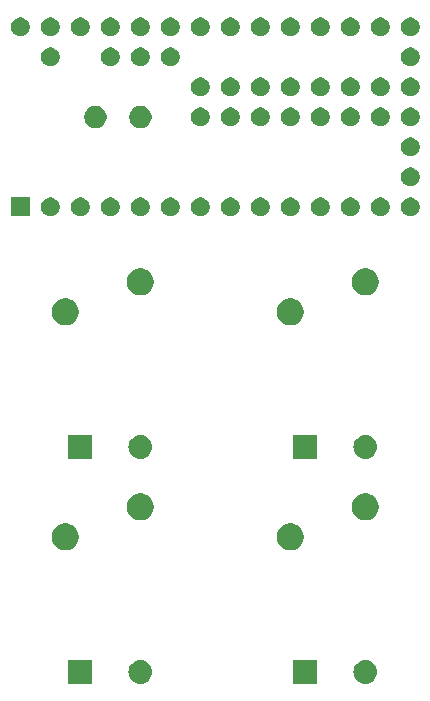
<source format=gbr>
G04 #@! TF.GenerationSoftware,KiCad,Pcbnew,(5.0.1-3-g963ef8bb5)*
G04 #@! TF.CreationDate,2018-12-19T18:05:48-08:00*
G04 #@! TF.ProjectId,snacky44,736E61636B7934342E6B696361645F70,rev?*
G04 #@! TF.SameCoordinates,Original*
G04 #@! TF.FileFunction,Soldermask,Top*
G04 #@! TF.FilePolarity,Negative*
%FSLAX46Y46*%
G04 Gerber Fmt 4.6, Leading zero omitted, Abs format (unit mm)*
G04 Created by KiCad (PCBNEW (5.0.1-3-g963ef8bb5)) date Wednesday, December 19, 2018 at 06:05:48 PM*
%MOMM*%
%LPD*%
G01*
G04 APERTURE LIST*
%ADD10C,0.100000*%
G04 APERTURE END LIST*
D10*
G36*
X166566030Y-159034469D02*
X166566033Y-159034470D01*
X166566034Y-159034470D01*
X166754535Y-159091651D01*
X166754537Y-159091652D01*
X166928260Y-159184509D01*
X167080528Y-159309472D01*
X167205491Y-159461740D01*
X167298348Y-159635463D01*
X167355531Y-159823970D01*
X167374838Y-160020000D01*
X167355531Y-160216030D01*
X167298348Y-160404537D01*
X167205491Y-160578260D01*
X167080528Y-160730528D01*
X166928260Y-160855491D01*
X166928258Y-160855492D01*
X166754535Y-160948349D01*
X166566034Y-161005530D01*
X166566033Y-161005530D01*
X166566030Y-161005531D01*
X166419124Y-161020000D01*
X166320876Y-161020000D01*
X166173970Y-161005531D01*
X166173967Y-161005530D01*
X166173966Y-161005530D01*
X165985465Y-160948349D01*
X165811742Y-160855492D01*
X165811740Y-160855491D01*
X165659472Y-160730528D01*
X165534509Y-160578260D01*
X165441652Y-160404537D01*
X165384469Y-160216030D01*
X165365162Y-160020000D01*
X165384469Y-159823970D01*
X165441652Y-159635463D01*
X165534509Y-159461740D01*
X165659472Y-159309472D01*
X165811740Y-159184509D01*
X165985463Y-159091652D01*
X165985465Y-159091651D01*
X166173966Y-159034470D01*
X166173967Y-159034470D01*
X166173970Y-159034469D01*
X166320876Y-159020000D01*
X166419124Y-159020000D01*
X166566030Y-159034469D01*
X166566030Y-159034469D01*
G37*
G36*
X162290000Y-161020000D02*
X160290000Y-161020000D01*
X160290000Y-159020000D01*
X162290000Y-159020000D01*
X162290000Y-161020000D01*
X162290000Y-161020000D01*
G37*
G36*
X147516030Y-159034469D02*
X147516033Y-159034470D01*
X147516034Y-159034470D01*
X147704535Y-159091651D01*
X147704537Y-159091652D01*
X147878260Y-159184509D01*
X148030528Y-159309472D01*
X148155491Y-159461740D01*
X148248348Y-159635463D01*
X148305531Y-159823970D01*
X148324838Y-160020000D01*
X148305531Y-160216030D01*
X148248348Y-160404537D01*
X148155491Y-160578260D01*
X148030528Y-160730528D01*
X147878260Y-160855491D01*
X147878258Y-160855492D01*
X147704535Y-160948349D01*
X147516034Y-161005530D01*
X147516033Y-161005530D01*
X147516030Y-161005531D01*
X147369124Y-161020000D01*
X147270876Y-161020000D01*
X147123970Y-161005531D01*
X147123967Y-161005530D01*
X147123966Y-161005530D01*
X146935465Y-160948349D01*
X146761742Y-160855492D01*
X146761740Y-160855491D01*
X146609472Y-160730528D01*
X146484509Y-160578260D01*
X146391652Y-160404537D01*
X146334469Y-160216030D01*
X146315162Y-160020000D01*
X146334469Y-159823970D01*
X146391652Y-159635463D01*
X146484509Y-159461740D01*
X146609472Y-159309472D01*
X146761740Y-159184509D01*
X146935463Y-159091652D01*
X146935465Y-159091651D01*
X147123966Y-159034470D01*
X147123967Y-159034470D01*
X147123970Y-159034469D01*
X147270876Y-159020000D01*
X147369124Y-159020000D01*
X147516030Y-159034469D01*
X147516030Y-159034469D01*
G37*
G36*
X143240000Y-161020000D02*
X141240000Y-161020000D01*
X141240000Y-159020000D01*
X143240000Y-159020000D01*
X143240000Y-161020000D01*
X143240000Y-161020000D01*
G37*
G36*
X160353401Y-147490925D02*
X160561413Y-147577086D01*
X160748623Y-147702176D01*
X160907824Y-147861377D01*
X161032914Y-148048587D01*
X161119075Y-148256599D01*
X161163000Y-148477424D01*
X161163000Y-148702576D01*
X161119075Y-148923401D01*
X161032914Y-149131413D01*
X160907824Y-149318623D01*
X160748623Y-149477824D01*
X160561413Y-149602914D01*
X160353401Y-149689075D01*
X160132576Y-149733000D01*
X159907424Y-149733000D01*
X159686599Y-149689075D01*
X159478587Y-149602914D01*
X159291377Y-149477824D01*
X159132176Y-149318623D01*
X159007086Y-149131413D01*
X158920925Y-148923401D01*
X158877000Y-148702576D01*
X158877000Y-148477424D01*
X158920925Y-148256599D01*
X159007086Y-148048587D01*
X159132176Y-147861377D01*
X159291377Y-147702176D01*
X159478587Y-147577086D01*
X159686599Y-147490925D01*
X159907424Y-147447000D01*
X160132576Y-147447000D01*
X160353401Y-147490925D01*
X160353401Y-147490925D01*
G37*
G36*
X141303401Y-147490925D02*
X141511413Y-147577086D01*
X141698623Y-147702176D01*
X141857824Y-147861377D01*
X141982914Y-148048587D01*
X142069075Y-148256599D01*
X142113000Y-148477424D01*
X142113000Y-148702576D01*
X142069075Y-148923401D01*
X141982914Y-149131413D01*
X141857824Y-149318623D01*
X141698623Y-149477824D01*
X141511413Y-149602914D01*
X141303401Y-149689075D01*
X141082576Y-149733000D01*
X140857424Y-149733000D01*
X140636599Y-149689075D01*
X140428587Y-149602914D01*
X140241377Y-149477824D01*
X140082176Y-149318623D01*
X139957086Y-149131413D01*
X139870925Y-148923401D01*
X139827000Y-148702576D01*
X139827000Y-148477424D01*
X139870925Y-148256599D01*
X139957086Y-148048587D01*
X140082176Y-147861377D01*
X140241377Y-147702176D01*
X140428587Y-147577086D01*
X140636599Y-147490925D01*
X140857424Y-147447000D01*
X141082576Y-147447000D01*
X141303401Y-147490925D01*
X141303401Y-147490925D01*
G37*
G36*
X166703401Y-144950925D02*
X166911413Y-145037086D01*
X167098623Y-145162176D01*
X167257824Y-145321377D01*
X167382914Y-145508587D01*
X167469075Y-145716599D01*
X167513000Y-145937424D01*
X167513000Y-146162576D01*
X167469075Y-146383401D01*
X167382914Y-146591413D01*
X167257824Y-146778623D01*
X167098623Y-146937824D01*
X166911413Y-147062914D01*
X166703401Y-147149075D01*
X166482576Y-147193000D01*
X166257424Y-147193000D01*
X166036599Y-147149075D01*
X165828587Y-147062914D01*
X165641377Y-146937824D01*
X165482176Y-146778623D01*
X165357086Y-146591413D01*
X165270925Y-146383401D01*
X165227000Y-146162576D01*
X165227000Y-145937424D01*
X165270925Y-145716599D01*
X165357086Y-145508587D01*
X165482176Y-145321377D01*
X165641377Y-145162176D01*
X165828587Y-145037086D01*
X166036599Y-144950925D01*
X166257424Y-144907000D01*
X166482576Y-144907000D01*
X166703401Y-144950925D01*
X166703401Y-144950925D01*
G37*
G36*
X147653401Y-144950925D02*
X147861413Y-145037086D01*
X148048623Y-145162176D01*
X148207824Y-145321377D01*
X148332914Y-145508587D01*
X148419075Y-145716599D01*
X148463000Y-145937424D01*
X148463000Y-146162576D01*
X148419075Y-146383401D01*
X148332914Y-146591413D01*
X148207824Y-146778623D01*
X148048623Y-146937824D01*
X147861413Y-147062914D01*
X147653401Y-147149075D01*
X147432576Y-147193000D01*
X147207424Y-147193000D01*
X146986599Y-147149075D01*
X146778587Y-147062914D01*
X146591377Y-146937824D01*
X146432176Y-146778623D01*
X146307086Y-146591413D01*
X146220925Y-146383401D01*
X146177000Y-146162576D01*
X146177000Y-145937424D01*
X146220925Y-145716599D01*
X146307086Y-145508587D01*
X146432176Y-145321377D01*
X146591377Y-145162176D01*
X146778587Y-145037086D01*
X146986599Y-144950925D01*
X147207424Y-144907000D01*
X147432576Y-144907000D01*
X147653401Y-144950925D01*
X147653401Y-144950925D01*
G37*
G36*
X143240000Y-141970000D02*
X141240000Y-141970000D01*
X141240000Y-139970000D01*
X143240000Y-139970000D01*
X143240000Y-141970000D01*
X143240000Y-141970000D01*
G37*
G36*
X166566030Y-139984469D02*
X166566033Y-139984470D01*
X166566034Y-139984470D01*
X166754535Y-140041651D01*
X166754537Y-140041652D01*
X166928260Y-140134509D01*
X167080528Y-140259472D01*
X167205491Y-140411740D01*
X167298348Y-140585463D01*
X167355531Y-140773970D01*
X167374838Y-140970000D01*
X167355531Y-141166030D01*
X167298348Y-141354537D01*
X167205491Y-141528260D01*
X167080528Y-141680528D01*
X166928260Y-141805491D01*
X166928258Y-141805492D01*
X166754535Y-141898349D01*
X166566034Y-141955530D01*
X166566033Y-141955530D01*
X166566030Y-141955531D01*
X166419124Y-141970000D01*
X166320876Y-141970000D01*
X166173970Y-141955531D01*
X166173967Y-141955530D01*
X166173966Y-141955530D01*
X165985465Y-141898349D01*
X165811742Y-141805492D01*
X165811740Y-141805491D01*
X165659472Y-141680528D01*
X165534509Y-141528260D01*
X165441652Y-141354537D01*
X165384469Y-141166030D01*
X165365162Y-140970000D01*
X165384469Y-140773970D01*
X165441652Y-140585463D01*
X165534509Y-140411740D01*
X165659472Y-140259472D01*
X165811740Y-140134509D01*
X165985463Y-140041652D01*
X165985465Y-140041651D01*
X166173966Y-139984470D01*
X166173967Y-139984470D01*
X166173970Y-139984469D01*
X166320876Y-139970000D01*
X166419124Y-139970000D01*
X166566030Y-139984469D01*
X166566030Y-139984469D01*
G37*
G36*
X162290000Y-141970000D02*
X160290000Y-141970000D01*
X160290000Y-139970000D01*
X162290000Y-139970000D01*
X162290000Y-141970000D01*
X162290000Y-141970000D01*
G37*
G36*
X147516030Y-139984469D02*
X147516033Y-139984470D01*
X147516034Y-139984470D01*
X147704535Y-140041651D01*
X147704537Y-140041652D01*
X147878260Y-140134509D01*
X148030528Y-140259472D01*
X148155491Y-140411740D01*
X148248348Y-140585463D01*
X148305531Y-140773970D01*
X148324838Y-140970000D01*
X148305531Y-141166030D01*
X148248348Y-141354537D01*
X148155491Y-141528260D01*
X148030528Y-141680528D01*
X147878260Y-141805491D01*
X147878258Y-141805492D01*
X147704535Y-141898349D01*
X147516034Y-141955530D01*
X147516033Y-141955530D01*
X147516030Y-141955531D01*
X147369124Y-141970000D01*
X147270876Y-141970000D01*
X147123970Y-141955531D01*
X147123967Y-141955530D01*
X147123966Y-141955530D01*
X146935465Y-141898349D01*
X146761742Y-141805492D01*
X146761740Y-141805491D01*
X146609472Y-141680528D01*
X146484509Y-141528260D01*
X146391652Y-141354537D01*
X146334469Y-141166030D01*
X146315162Y-140970000D01*
X146334469Y-140773970D01*
X146391652Y-140585463D01*
X146484509Y-140411740D01*
X146609472Y-140259472D01*
X146761740Y-140134509D01*
X146935463Y-140041652D01*
X146935465Y-140041651D01*
X147123966Y-139984470D01*
X147123967Y-139984470D01*
X147123970Y-139984469D01*
X147270876Y-139970000D01*
X147369124Y-139970000D01*
X147516030Y-139984469D01*
X147516030Y-139984469D01*
G37*
G36*
X141303401Y-128440925D02*
X141511413Y-128527086D01*
X141698623Y-128652176D01*
X141857824Y-128811377D01*
X141982914Y-128998587D01*
X142069075Y-129206599D01*
X142113000Y-129427424D01*
X142113000Y-129652576D01*
X142069075Y-129873401D01*
X141982914Y-130081413D01*
X141857824Y-130268623D01*
X141698623Y-130427824D01*
X141511413Y-130552914D01*
X141303401Y-130639075D01*
X141082576Y-130683000D01*
X140857424Y-130683000D01*
X140636599Y-130639075D01*
X140428587Y-130552914D01*
X140241377Y-130427824D01*
X140082176Y-130268623D01*
X139957086Y-130081413D01*
X139870925Y-129873401D01*
X139827000Y-129652576D01*
X139827000Y-129427424D01*
X139870925Y-129206599D01*
X139957086Y-128998587D01*
X140082176Y-128811377D01*
X140241377Y-128652176D01*
X140428587Y-128527086D01*
X140636599Y-128440925D01*
X140857424Y-128397000D01*
X141082576Y-128397000D01*
X141303401Y-128440925D01*
X141303401Y-128440925D01*
G37*
G36*
X160353401Y-128440925D02*
X160561413Y-128527086D01*
X160748623Y-128652176D01*
X160907824Y-128811377D01*
X161032914Y-128998587D01*
X161119075Y-129206599D01*
X161163000Y-129427424D01*
X161163000Y-129652576D01*
X161119075Y-129873401D01*
X161032914Y-130081413D01*
X160907824Y-130268623D01*
X160748623Y-130427824D01*
X160561413Y-130552914D01*
X160353401Y-130639075D01*
X160132576Y-130683000D01*
X159907424Y-130683000D01*
X159686599Y-130639075D01*
X159478587Y-130552914D01*
X159291377Y-130427824D01*
X159132176Y-130268623D01*
X159007086Y-130081413D01*
X158920925Y-129873401D01*
X158877000Y-129652576D01*
X158877000Y-129427424D01*
X158920925Y-129206599D01*
X159007086Y-128998587D01*
X159132176Y-128811377D01*
X159291377Y-128652176D01*
X159478587Y-128527086D01*
X159686599Y-128440925D01*
X159907424Y-128397000D01*
X160132576Y-128397000D01*
X160353401Y-128440925D01*
X160353401Y-128440925D01*
G37*
G36*
X166703401Y-125900925D02*
X166911413Y-125987086D01*
X167098623Y-126112176D01*
X167257824Y-126271377D01*
X167382914Y-126458587D01*
X167469075Y-126666599D01*
X167513000Y-126887424D01*
X167513000Y-127112576D01*
X167469075Y-127333401D01*
X167382914Y-127541413D01*
X167257824Y-127728623D01*
X167098623Y-127887824D01*
X166911413Y-128012914D01*
X166703401Y-128099075D01*
X166482576Y-128143000D01*
X166257424Y-128143000D01*
X166036599Y-128099075D01*
X165828587Y-128012914D01*
X165641377Y-127887824D01*
X165482176Y-127728623D01*
X165357086Y-127541413D01*
X165270925Y-127333401D01*
X165227000Y-127112576D01*
X165227000Y-126887424D01*
X165270925Y-126666599D01*
X165357086Y-126458587D01*
X165482176Y-126271377D01*
X165641377Y-126112176D01*
X165828587Y-125987086D01*
X166036599Y-125900925D01*
X166257424Y-125857000D01*
X166482576Y-125857000D01*
X166703401Y-125900925D01*
X166703401Y-125900925D01*
G37*
G36*
X147653401Y-125900925D02*
X147861413Y-125987086D01*
X148048623Y-126112176D01*
X148207824Y-126271377D01*
X148332914Y-126458587D01*
X148419075Y-126666599D01*
X148463000Y-126887424D01*
X148463000Y-127112576D01*
X148419075Y-127333401D01*
X148332914Y-127541413D01*
X148207824Y-127728623D01*
X148048623Y-127887824D01*
X147861413Y-128012914D01*
X147653401Y-128099075D01*
X147432576Y-128143000D01*
X147207424Y-128143000D01*
X146986599Y-128099075D01*
X146778587Y-128012914D01*
X146591377Y-127887824D01*
X146432176Y-127728623D01*
X146307086Y-127541413D01*
X146220925Y-127333401D01*
X146177000Y-127112576D01*
X146177000Y-126887424D01*
X146220925Y-126666599D01*
X146307086Y-126458587D01*
X146432176Y-126271377D01*
X146591377Y-126112176D01*
X146778587Y-125987086D01*
X146986599Y-125900925D01*
X147207424Y-125857000D01*
X147432576Y-125857000D01*
X147653401Y-125900925D01*
X147653401Y-125900925D01*
G37*
G36*
X167873352Y-119880743D02*
X168018941Y-119941048D01*
X168149973Y-120028601D01*
X168261399Y-120140027D01*
X168348952Y-120271059D01*
X168409257Y-120416648D01*
X168440000Y-120571205D01*
X168440000Y-120728795D01*
X168409257Y-120883352D01*
X168348952Y-121028941D01*
X168261399Y-121159973D01*
X168149973Y-121271399D01*
X168018941Y-121358952D01*
X167873352Y-121419257D01*
X167718795Y-121450000D01*
X167561205Y-121450000D01*
X167406648Y-121419257D01*
X167261059Y-121358952D01*
X167130027Y-121271399D01*
X167018601Y-121159973D01*
X166931048Y-121028941D01*
X166870743Y-120883352D01*
X166840000Y-120728795D01*
X166840000Y-120571205D01*
X166870743Y-120416648D01*
X166931048Y-120271059D01*
X167018601Y-120140027D01*
X167130027Y-120028601D01*
X167261059Y-119941048D01*
X167406648Y-119880743D01*
X167561205Y-119850000D01*
X167718795Y-119850000D01*
X167873352Y-119880743D01*
X167873352Y-119880743D01*
G37*
G36*
X137960000Y-121450000D02*
X136360000Y-121450000D01*
X136360000Y-119850000D01*
X137960000Y-119850000D01*
X137960000Y-121450000D01*
X137960000Y-121450000D01*
G37*
G36*
X170413352Y-119880743D02*
X170558941Y-119941048D01*
X170689973Y-120028601D01*
X170801399Y-120140027D01*
X170888952Y-120271059D01*
X170949257Y-120416648D01*
X170980000Y-120571205D01*
X170980000Y-120728795D01*
X170949257Y-120883352D01*
X170888952Y-121028941D01*
X170801399Y-121159973D01*
X170689973Y-121271399D01*
X170558941Y-121358952D01*
X170413352Y-121419257D01*
X170258795Y-121450000D01*
X170101205Y-121450000D01*
X169946648Y-121419257D01*
X169801059Y-121358952D01*
X169670027Y-121271399D01*
X169558601Y-121159973D01*
X169471048Y-121028941D01*
X169410743Y-120883352D01*
X169380000Y-120728795D01*
X169380000Y-120571205D01*
X169410743Y-120416648D01*
X169471048Y-120271059D01*
X169558601Y-120140027D01*
X169670027Y-120028601D01*
X169801059Y-119941048D01*
X169946648Y-119880743D01*
X170101205Y-119850000D01*
X170258795Y-119850000D01*
X170413352Y-119880743D01*
X170413352Y-119880743D01*
G37*
G36*
X165333352Y-119880743D02*
X165478941Y-119941048D01*
X165609973Y-120028601D01*
X165721399Y-120140027D01*
X165808952Y-120271059D01*
X165869257Y-120416648D01*
X165900000Y-120571205D01*
X165900000Y-120728795D01*
X165869257Y-120883352D01*
X165808952Y-121028941D01*
X165721399Y-121159973D01*
X165609973Y-121271399D01*
X165478941Y-121358952D01*
X165333352Y-121419257D01*
X165178795Y-121450000D01*
X165021205Y-121450000D01*
X164866648Y-121419257D01*
X164721059Y-121358952D01*
X164590027Y-121271399D01*
X164478601Y-121159973D01*
X164391048Y-121028941D01*
X164330743Y-120883352D01*
X164300000Y-120728795D01*
X164300000Y-120571205D01*
X164330743Y-120416648D01*
X164391048Y-120271059D01*
X164478601Y-120140027D01*
X164590027Y-120028601D01*
X164721059Y-119941048D01*
X164866648Y-119880743D01*
X165021205Y-119850000D01*
X165178795Y-119850000D01*
X165333352Y-119880743D01*
X165333352Y-119880743D01*
G37*
G36*
X162793352Y-119880743D02*
X162938941Y-119941048D01*
X163069973Y-120028601D01*
X163181399Y-120140027D01*
X163268952Y-120271059D01*
X163329257Y-120416648D01*
X163360000Y-120571205D01*
X163360000Y-120728795D01*
X163329257Y-120883352D01*
X163268952Y-121028941D01*
X163181399Y-121159973D01*
X163069973Y-121271399D01*
X162938941Y-121358952D01*
X162793352Y-121419257D01*
X162638795Y-121450000D01*
X162481205Y-121450000D01*
X162326648Y-121419257D01*
X162181059Y-121358952D01*
X162050027Y-121271399D01*
X161938601Y-121159973D01*
X161851048Y-121028941D01*
X161790743Y-120883352D01*
X161760000Y-120728795D01*
X161760000Y-120571205D01*
X161790743Y-120416648D01*
X161851048Y-120271059D01*
X161938601Y-120140027D01*
X162050027Y-120028601D01*
X162181059Y-119941048D01*
X162326648Y-119880743D01*
X162481205Y-119850000D01*
X162638795Y-119850000D01*
X162793352Y-119880743D01*
X162793352Y-119880743D01*
G37*
G36*
X160253352Y-119880743D02*
X160398941Y-119941048D01*
X160529973Y-120028601D01*
X160641399Y-120140027D01*
X160728952Y-120271059D01*
X160789257Y-120416648D01*
X160820000Y-120571205D01*
X160820000Y-120728795D01*
X160789257Y-120883352D01*
X160728952Y-121028941D01*
X160641399Y-121159973D01*
X160529973Y-121271399D01*
X160398941Y-121358952D01*
X160253352Y-121419257D01*
X160098795Y-121450000D01*
X159941205Y-121450000D01*
X159786648Y-121419257D01*
X159641059Y-121358952D01*
X159510027Y-121271399D01*
X159398601Y-121159973D01*
X159311048Y-121028941D01*
X159250743Y-120883352D01*
X159220000Y-120728795D01*
X159220000Y-120571205D01*
X159250743Y-120416648D01*
X159311048Y-120271059D01*
X159398601Y-120140027D01*
X159510027Y-120028601D01*
X159641059Y-119941048D01*
X159786648Y-119880743D01*
X159941205Y-119850000D01*
X160098795Y-119850000D01*
X160253352Y-119880743D01*
X160253352Y-119880743D01*
G37*
G36*
X157713352Y-119880743D02*
X157858941Y-119941048D01*
X157989973Y-120028601D01*
X158101399Y-120140027D01*
X158188952Y-120271059D01*
X158249257Y-120416648D01*
X158280000Y-120571205D01*
X158280000Y-120728795D01*
X158249257Y-120883352D01*
X158188952Y-121028941D01*
X158101399Y-121159973D01*
X157989973Y-121271399D01*
X157858941Y-121358952D01*
X157713352Y-121419257D01*
X157558795Y-121450000D01*
X157401205Y-121450000D01*
X157246648Y-121419257D01*
X157101059Y-121358952D01*
X156970027Y-121271399D01*
X156858601Y-121159973D01*
X156771048Y-121028941D01*
X156710743Y-120883352D01*
X156680000Y-120728795D01*
X156680000Y-120571205D01*
X156710743Y-120416648D01*
X156771048Y-120271059D01*
X156858601Y-120140027D01*
X156970027Y-120028601D01*
X157101059Y-119941048D01*
X157246648Y-119880743D01*
X157401205Y-119850000D01*
X157558795Y-119850000D01*
X157713352Y-119880743D01*
X157713352Y-119880743D01*
G37*
G36*
X155173352Y-119880743D02*
X155318941Y-119941048D01*
X155449973Y-120028601D01*
X155561399Y-120140027D01*
X155648952Y-120271059D01*
X155709257Y-120416648D01*
X155740000Y-120571205D01*
X155740000Y-120728795D01*
X155709257Y-120883352D01*
X155648952Y-121028941D01*
X155561399Y-121159973D01*
X155449973Y-121271399D01*
X155318941Y-121358952D01*
X155173352Y-121419257D01*
X155018795Y-121450000D01*
X154861205Y-121450000D01*
X154706648Y-121419257D01*
X154561059Y-121358952D01*
X154430027Y-121271399D01*
X154318601Y-121159973D01*
X154231048Y-121028941D01*
X154170743Y-120883352D01*
X154140000Y-120728795D01*
X154140000Y-120571205D01*
X154170743Y-120416648D01*
X154231048Y-120271059D01*
X154318601Y-120140027D01*
X154430027Y-120028601D01*
X154561059Y-119941048D01*
X154706648Y-119880743D01*
X154861205Y-119850000D01*
X155018795Y-119850000D01*
X155173352Y-119880743D01*
X155173352Y-119880743D01*
G37*
G36*
X152633352Y-119880743D02*
X152778941Y-119941048D01*
X152909973Y-120028601D01*
X153021399Y-120140027D01*
X153108952Y-120271059D01*
X153169257Y-120416648D01*
X153200000Y-120571205D01*
X153200000Y-120728795D01*
X153169257Y-120883352D01*
X153108952Y-121028941D01*
X153021399Y-121159973D01*
X152909973Y-121271399D01*
X152778941Y-121358952D01*
X152633352Y-121419257D01*
X152478795Y-121450000D01*
X152321205Y-121450000D01*
X152166648Y-121419257D01*
X152021059Y-121358952D01*
X151890027Y-121271399D01*
X151778601Y-121159973D01*
X151691048Y-121028941D01*
X151630743Y-120883352D01*
X151600000Y-120728795D01*
X151600000Y-120571205D01*
X151630743Y-120416648D01*
X151691048Y-120271059D01*
X151778601Y-120140027D01*
X151890027Y-120028601D01*
X152021059Y-119941048D01*
X152166648Y-119880743D01*
X152321205Y-119850000D01*
X152478795Y-119850000D01*
X152633352Y-119880743D01*
X152633352Y-119880743D01*
G37*
G36*
X150093352Y-119880743D02*
X150238941Y-119941048D01*
X150369973Y-120028601D01*
X150481399Y-120140027D01*
X150568952Y-120271059D01*
X150629257Y-120416648D01*
X150660000Y-120571205D01*
X150660000Y-120728795D01*
X150629257Y-120883352D01*
X150568952Y-121028941D01*
X150481399Y-121159973D01*
X150369973Y-121271399D01*
X150238941Y-121358952D01*
X150093352Y-121419257D01*
X149938795Y-121450000D01*
X149781205Y-121450000D01*
X149626648Y-121419257D01*
X149481059Y-121358952D01*
X149350027Y-121271399D01*
X149238601Y-121159973D01*
X149151048Y-121028941D01*
X149090743Y-120883352D01*
X149060000Y-120728795D01*
X149060000Y-120571205D01*
X149090743Y-120416648D01*
X149151048Y-120271059D01*
X149238601Y-120140027D01*
X149350027Y-120028601D01*
X149481059Y-119941048D01*
X149626648Y-119880743D01*
X149781205Y-119850000D01*
X149938795Y-119850000D01*
X150093352Y-119880743D01*
X150093352Y-119880743D01*
G37*
G36*
X147553352Y-119880743D02*
X147698941Y-119941048D01*
X147829973Y-120028601D01*
X147941399Y-120140027D01*
X148028952Y-120271059D01*
X148089257Y-120416648D01*
X148120000Y-120571205D01*
X148120000Y-120728795D01*
X148089257Y-120883352D01*
X148028952Y-121028941D01*
X147941399Y-121159973D01*
X147829973Y-121271399D01*
X147698941Y-121358952D01*
X147553352Y-121419257D01*
X147398795Y-121450000D01*
X147241205Y-121450000D01*
X147086648Y-121419257D01*
X146941059Y-121358952D01*
X146810027Y-121271399D01*
X146698601Y-121159973D01*
X146611048Y-121028941D01*
X146550743Y-120883352D01*
X146520000Y-120728795D01*
X146520000Y-120571205D01*
X146550743Y-120416648D01*
X146611048Y-120271059D01*
X146698601Y-120140027D01*
X146810027Y-120028601D01*
X146941059Y-119941048D01*
X147086648Y-119880743D01*
X147241205Y-119850000D01*
X147398795Y-119850000D01*
X147553352Y-119880743D01*
X147553352Y-119880743D01*
G37*
G36*
X145013352Y-119880743D02*
X145158941Y-119941048D01*
X145289973Y-120028601D01*
X145401399Y-120140027D01*
X145488952Y-120271059D01*
X145549257Y-120416648D01*
X145580000Y-120571205D01*
X145580000Y-120728795D01*
X145549257Y-120883352D01*
X145488952Y-121028941D01*
X145401399Y-121159973D01*
X145289973Y-121271399D01*
X145158941Y-121358952D01*
X145013352Y-121419257D01*
X144858795Y-121450000D01*
X144701205Y-121450000D01*
X144546648Y-121419257D01*
X144401059Y-121358952D01*
X144270027Y-121271399D01*
X144158601Y-121159973D01*
X144071048Y-121028941D01*
X144010743Y-120883352D01*
X143980000Y-120728795D01*
X143980000Y-120571205D01*
X144010743Y-120416648D01*
X144071048Y-120271059D01*
X144158601Y-120140027D01*
X144270027Y-120028601D01*
X144401059Y-119941048D01*
X144546648Y-119880743D01*
X144701205Y-119850000D01*
X144858795Y-119850000D01*
X145013352Y-119880743D01*
X145013352Y-119880743D01*
G37*
G36*
X142473352Y-119880743D02*
X142618941Y-119941048D01*
X142749973Y-120028601D01*
X142861399Y-120140027D01*
X142948952Y-120271059D01*
X143009257Y-120416648D01*
X143040000Y-120571205D01*
X143040000Y-120728795D01*
X143009257Y-120883352D01*
X142948952Y-121028941D01*
X142861399Y-121159973D01*
X142749973Y-121271399D01*
X142618941Y-121358952D01*
X142473352Y-121419257D01*
X142318795Y-121450000D01*
X142161205Y-121450000D01*
X142006648Y-121419257D01*
X141861059Y-121358952D01*
X141730027Y-121271399D01*
X141618601Y-121159973D01*
X141531048Y-121028941D01*
X141470743Y-120883352D01*
X141440000Y-120728795D01*
X141440000Y-120571205D01*
X141470743Y-120416648D01*
X141531048Y-120271059D01*
X141618601Y-120140027D01*
X141730027Y-120028601D01*
X141861059Y-119941048D01*
X142006648Y-119880743D01*
X142161205Y-119850000D01*
X142318795Y-119850000D01*
X142473352Y-119880743D01*
X142473352Y-119880743D01*
G37*
G36*
X139933352Y-119880743D02*
X140078941Y-119941048D01*
X140209973Y-120028601D01*
X140321399Y-120140027D01*
X140408952Y-120271059D01*
X140469257Y-120416648D01*
X140500000Y-120571205D01*
X140500000Y-120728795D01*
X140469257Y-120883352D01*
X140408952Y-121028941D01*
X140321399Y-121159973D01*
X140209973Y-121271399D01*
X140078941Y-121358952D01*
X139933352Y-121419257D01*
X139778795Y-121450000D01*
X139621205Y-121450000D01*
X139466648Y-121419257D01*
X139321059Y-121358952D01*
X139190027Y-121271399D01*
X139078601Y-121159973D01*
X138991048Y-121028941D01*
X138930743Y-120883352D01*
X138900000Y-120728795D01*
X138900000Y-120571205D01*
X138930743Y-120416648D01*
X138991048Y-120271059D01*
X139078601Y-120140027D01*
X139190027Y-120028601D01*
X139321059Y-119941048D01*
X139466648Y-119880743D01*
X139621205Y-119850000D01*
X139778795Y-119850000D01*
X139933352Y-119880743D01*
X139933352Y-119880743D01*
G37*
G36*
X170413352Y-117340743D02*
X170558941Y-117401048D01*
X170689973Y-117488601D01*
X170801399Y-117600027D01*
X170888952Y-117731059D01*
X170949257Y-117876648D01*
X170980000Y-118031205D01*
X170980000Y-118188795D01*
X170949257Y-118343352D01*
X170888952Y-118488941D01*
X170801399Y-118619973D01*
X170689973Y-118731399D01*
X170558941Y-118818952D01*
X170413352Y-118879257D01*
X170258795Y-118910000D01*
X170101205Y-118910000D01*
X169946648Y-118879257D01*
X169801059Y-118818952D01*
X169670027Y-118731399D01*
X169558601Y-118619973D01*
X169471048Y-118488941D01*
X169410743Y-118343352D01*
X169380000Y-118188795D01*
X169380000Y-118031205D01*
X169410743Y-117876648D01*
X169471048Y-117731059D01*
X169558601Y-117600027D01*
X169670027Y-117488601D01*
X169801059Y-117401048D01*
X169946648Y-117340743D01*
X170101205Y-117310000D01*
X170258795Y-117310000D01*
X170413352Y-117340743D01*
X170413352Y-117340743D01*
G37*
G36*
X170413352Y-114800743D02*
X170558941Y-114861048D01*
X170689973Y-114948601D01*
X170801399Y-115060027D01*
X170888952Y-115191059D01*
X170949257Y-115336648D01*
X170980000Y-115491205D01*
X170980000Y-115648795D01*
X170949257Y-115803352D01*
X170888952Y-115948941D01*
X170801399Y-116079973D01*
X170689973Y-116191399D01*
X170558941Y-116278952D01*
X170413352Y-116339257D01*
X170258795Y-116370000D01*
X170101205Y-116370000D01*
X169946648Y-116339257D01*
X169801059Y-116278952D01*
X169670027Y-116191399D01*
X169558601Y-116079973D01*
X169471048Y-115948941D01*
X169410743Y-115803352D01*
X169380000Y-115648795D01*
X169380000Y-115491205D01*
X169410743Y-115336648D01*
X169471048Y-115191059D01*
X169558601Y-115060027D01*
X169670027Y-114948601D01*
X169801059Y-114861048D01*
X169946648Y-114800743D01*
X170101205Y-114770000D01*
X170258795Y-114770000D01*
X170413352Y-114800743D01*
X170413352Y-114800743D01*
G37*
G36*
X143649452Y-112089127D02*
X143787105Y-112116508D01*
X143959994Y-112188121D01*
X144115590Y-112292087D01*
X144247913Y-112424410D01*
X144351879Y-112580006D01*
X144423492Y-112752895D01*
X144460000Y-112936433D01*
X144460000Y-113123567D01*
X144423492Y-113307105D01*
X144351879Y-113479994D01*
X144247913Y-113635590D01*
X144115590Y-113767913D01*
X143959994Y-113871879D01*
X143787105Y-113943492D01*
X143649452Y-113970873D01*
X143603568Y-113980000D01*
X143416432Y-113980000D01*
X143370548Y-113970873D01*
X143232895Y-113943492D01*
X143060006Y-113871879D01*
X142904410Y-113767913D01*
X142772087Y-113635590D01*
X142668121Y-113479994D01*
X142596508Y-113307105D01*
X142560000Y-113123567D01*
X142560000Y-112936433D01*
X142596508Y-112752895D01*
X142668121Y-112580006D01*
X142772087Y-112424410D01*
X142904410Y-112292087D01*
X143060006Y-112188121D01*
X143232895Y-112116508D01*
X143370548Y-112089127D01*
X143416432Y-112080000D01*
X143603568Y-112080000D01*
X143649452Y-112089127D01*
X143649452Y-112089127D01*
G37*
G36*
X147459452Y-112089127D02*
X147597105Y-112116508D01*
X147769994Y-112188121D01*
X147925590Y-112292087D01*
X148057913Y-112424410D01*
X148161879Y-112580006D01*
X148233492Y-112752895D01*
X148270000Y-112936433D01*
X148270000Y-113123567D01*
X148233492Y-113307105D01*
X148161879Y-113479994D01*
X148057913Y-113635590D01*
X147925590Y-113767913D01*
X147769994Y-113871879D01*
X147597105Y-113943492D01*
X147459452Y-113970873D01*
X147413568Y-113980000D01*
X147226432Y-113980000D01*
X147180548Y-113970873D01*
X147042895Y-113943492D01*
X146870006Y-113871879D01*
X146714410Y-113767913D01*
X146582087Y-113635590D01*
X146478121Y-113479994D01*
X146406508Y-113307105D01*
X146370000Y-113123567D01*
X146370000Y-112936433D01*
X146406508Y-112752895D01*
X146478121Y-112580006D01*
X146582087Y-112424410D01*
X146714410Y-112292087D01*
X146870006Y-112188121D01*
X147042895Y-112116508D01*
X147180548Y-112089127D01*
X147226432Y-112080000D01*
X147413568Y-112080000D01*
X147459452Y-112089127D01*
X147459452Y-112089127D01*
G37*
G36*
X170413352Y-112260743D02*
X170558941Y-112321048D01*
X170689973Y-112408601D01*
X170801399Y-112520027D01*
X170888952Y-112651059D01*
X170949257Y-112796648D01*
X170980000Y-112951205D01*
X170980000Y-113108795D01*
X170949257Y-113263352D01*
X170888952Y-113408941D01*
X170801399Y-113539973D01*
X170689973Y-113651399D01*
X170558941Y-113738952D01*
X170413352Y-113799257D01*
X170258795Y-113830000D01*
X170101205Y-113830000D01*
X169946648Y-113799257D01*
X169801059Y-113738952D01*
X169670027Y-113651399D01*
X169558601Y-113539973D01*
X169471048Y-113408941D01*
X169410743Y-113263352D01*
X169380000Y-113108795D01*
X169380000Y-112951205D01*
X169410743Y-112796648D01*
X169471048Y-112651059D01*
X169558601Y-112520027D01*
X169670027Y-112408601D01*
X169801059Y-112321048D01*
X169946648Y-112260743D01*
X170101205Y-112230000D01*
X170258795Y-112230000D01*
X170413352Y-112260743D01*
X170413352Y-112260743D01*
G37*
G36*
X167873352Y-112260743D02*
X168018941Y-112321048D01*
X168149973Y-112408601D01*
X168261399Y-112520027D01*
X168348952Y-112651059D01*
X168409257Y-112796648D01*
X168440000Y-112951205D01*
X168440000Y-113108795D01*
X168409257Y-113263352D01*
X168348952Y-113408941D01*
X168261399Y-113539973D01*
X168149973Y-113651399D01*
X168018941Y-113738952D01*
X167873352Y-113799257D01*
X167718795Y-113830000D01*
X167561205Y-113830000D01*
X167406648Y-113799257D01*
X167261059Y-113738952D01*
X167130027Y-113651399D01*
X167018601Y-113539973D01*
X166931048Y-113408941D01*
X166870743Y-113263352D01*
X166840000Y-113108795D01*
X166840000Y-112951205D01*
X166870743Y-112796648D01*
X166931048Y-112651059D01*
X167018601Y-112520027D01*
X167130027Y-112408601D01*
X167261059Y-112321048D01*
X167406648Y-112260743D01*
X167561205Y-112230000D01*
X167718795Y-112230000D01*
X167873352Y-112260743D01*
X167873352Y-112260743D01*
G37*
G36*
X165333352Y-112260743D02*
X165478941Y-112321048D01*
X165609973Y-112408601D01*
X165721399Y-112520027D01*
X165808952Y-112651059D01*
X165869257Y-112796648D01*
X165900000Y-112951205D01*
X165900000Y-113108795D01*
X165869257Y-113263352D01*
X165808952Y-113408941D01*
X165721399Y-113539973D01*
X165609973Y-113651399D01*
X165478941Y-113738952D01*
X165333352Y-113799257D01*
X165178795Y-113830000D01*
X165021205Y-113830000D01*
X164866648Y-113799257D01*
X164721059Y-113738952D01*
X164590027Y-113651399D01*
X164478601Y-113539973D01*
X164391048Y-113408941D01*
X164330743Y-113263352D01*
X164300000Y-113108795D01*
X164300000Y-112951205D01*
X164330743Y-112796648D01*
X164391048Y-112651059D01*
X164478601Y-112520027D01*
X164590027Y-112408601D01*
X164721059Y-112321048D01*
X164866648Y-112260743D01*
X165021205Y-112230000D01*
X165178795Y-112230000D01*
X165333352Y-112260743D01*
X165333352Y-112260743D01*
G37*
G36*
X162793352Y-112260743D02*
X162938941Y-112321048D01*
X163069973Y-112408601D01*
X163181399Y-112520027D01*
X163268952Y-112651059D01*
X163329257Y-112796648D01*
X163360000Y-112951205D01*
X163360000Y-113108795D01*
X163329257Y-113263352D01*
X163268952Y-113408941D01*
X163181399Y-113539973D01*
X163069973Y-113651399D01*
X162938941Y-113738952D01*
X162793352Y-113799257D01*
X162638795Y-113830000D01*
X162481205Y-113830000D01*
X162326648Y-113799257D01*
X162181059Y-113738952D01*
X162050027Y-113651399D01*
X161938601Y-113539973D01*
X161851048Y-113408941D01*
X161790743Y-113263352D01*
X161760000Y-113108795D01*
X161760000Y-112951205D01*
X161790743Y-112796648D01*
X161851048Y-112651059D01*
X161938601Y-112520027D01*
X162050027Y-112408601D01*
X162181059Y-112321048D01*
X162326648Y-112260743D01*
X162481205Y-112230000D01*
X162638795Y-112230000D01*
X162793352Y-112260743D01*
X162793352Y-112260743D01*
G37*
G36*
X160253352Y-112260743D02*
X160398941Y-112321048D01*
X160529973Y-112408601D01*
X160641399Y-112520027D01*
X160728952Y-112651059D01*
X160789257Y-112796648D01*
X160820000Y-112951205D01*
X160820000Y-113108795D01*
X160789257Y-113263352D01*
X160728952Y-113408941D01*
X160641399Y-113539973D01*
X160529973Y-113651399D01*
X160398941Y-113738952D01*
X160253352Y-113799257D01*
X160098795Y-113830000D01*
X159941205Y-113830000D01*
X159786648Y-113799257D01*
X159641059Y-113738952D01*
X159510027Y-113651399D01*
X159398601Y-113539973D01*
X159311048Y-113408941D01*
X159250743Y-113263352D01*
X159220000Y-113108795D01*
X159220000Y-112951205D01*
X159250743Y-112796648D01*
X159311048Y-112651059D01*
X159398601Y-112520027D01*
X159510027Y-112408601D01*
X159641059Y-112321048D01*
X159786648Y-112260743D01*
X159941205Y-112230000D01*
X160098795Y-112230000D01*
X160253352Y-112260743D01*
X160253352Y-112260743D01*
G37*
G36*
X157713352Y-112260743D02*
X157858941Y-112321048D01*
X157989973Y-112408601D01*
X158101399Y-112520027D01*
X158188952Y-112651059D01*
X158249257Y-112796648D01*
X158280000Y-112951205D01*
X158280000Y-113108795D01*
X158249257Y-113263352D01*
X158188952Y-113408941D01*
X158101399Y-113539973D01*
X157989973Y-113651399D01*
X157858941Y-113738952D01*
X157713352Y-113799257D01*
X157558795Y-113830000D01*
X157401205Y-113830000D01*
X157246648Y-113799257D01*
X157101059Y-113738952D01*
X156970027Y-113651399D01*
X156858601Y-113539973D01*
X156771048Y-113408941D01*
X156710743Y-113263352D01*
X156680000Y-113108795D01*
X156680000Y-112951205D01*
X156710743Y-112796648D01*
X156771048Y-112651059D01*
X156858601Y-112520027D01*
X156970027Y-112408601D01*
X157101059Y-112321048D01*
X157246648Y-112260743D01*
X157401205Y-112230000D01*
X157558795Y-112230000D01*
X157713352Y-112260743D01*
X157713352Y-112260743D01*
G37*
G36*
X155173352Y-112260743D02*
X155318941Y-112321048D01*
X155449973Y-112408601D01*
X155561399Y-112520027D01*
X155648952Y-112651059D01*
X155709257Y-112796648D01*
X155740000Y-112951205D01*
X155740000Y-113108795D01*
X155709257Y-113263352D01*
X155648952Y-113408941D01*
X155561399Y-113539973D01*
X155449973Y-113651399D01*
X155318941Y-113738952D01*
X155173352Y-113799257D01*
X155018795Y-113830000D01*
X154861205Y-113830000D01*
X154706648Y-113799257D01*
X154561059Y-113738952D01*
X154430027Y-113651399D01*
X154318601Y-113539973D01*
X154231048Y-113408941D01*
X154170743Y-113263352D01*
X154140000Y-113108795D01*
X154140000Y-112951205D01*
X154170743Y-112796648D01*
X154231048Y-112651059D01*
X154318601Y-112520027D01*
X154430027Y-112408601D01*
X154561059Y-112321048D01*
X154706648Y-112260743D01*
X154861205Y-112230000D01*
X155018795Y-112230000D01*
X155173352Y-112260743D01*
X155173352Y-112260743D01*
G37*
G36*
X152633352Y-112260743D02*
X152778941Y-112321048D01*
X152909973Y-112408601D01*
X153021399Y-112520027D01*
X153108952Y-112651059D01*
X153169257Y-112796648D01*
X153200000Y-112951205D01*
X153200000Y-113108795D01*
X153169257Y-113263352D01*
X153108952Y-113408941D01*
X153021399Y-113539973D01*
X152909973Y-113651399D01*
X152778941Y-113738952D01*
X152633352Y-113799257D01*
X152478795Y-113830000D01*
X152321205Y-113830000D01*
X152166648Y-113799257D01*
X152021059Y-113738952D01*
X151890027Y-113651399D01*
X151778601Y-113539973D01*
X151691048Y-113408941D01*
X151630743Y-113263352D01*
X151600000Y-113108795D01*
X151600000Y-112951205D01*
X151630743Y-112796648D01*
X151691048Y-112651059D01*
X151778601Y-112520027D01*
X151890027Y-112408601D01*
X152021059Y-112321048D01*
X152166648Y-112260743D01*
X152321205Y-112230000D01*
X152478795Y-112230000D01*
X152633352Y-112260743D01*
X152633352Y-112260743D01*
G37*
G36*
X152633352Y-109720743D02*
X152778941Y-109781048D01*
X152909973Y-109868601D01*
X153021399Y-109980027D01*
X153108952Y-110111059D01*
X153169257Y-110256648D01*
X153200000Y-110411205D01*
X153200000Y-110568795D01*
X153169257Y-110723352D01*
X153108952Y-110868941D01*
X153021399Y-110999973D01*
X152909973Y-111111399D01*
X152778941Y-111198952D01*
X152633352Y-111259257D01*
X152478795Y-111290000D01*
X152321205Y-111290000D01*
X152166648Y-111259257D01*
X152021059Y-111198952D01*
X151890027Y-111111399D01*
X151778601Y-110999973D01*
X151691048Y-110868941D01*
X151630743Y-110723352D01*
X151600000Y-110568795D01*
X151600000Y-110411205D01*
X151630743Y-110256648D01*
X151691048Y-110111059D01*
X151778601Y-109980027D01*
X151890027Y-109868601D01*
X152021059Y-109781048D01*
X152166648Y-109720743D01*
X152321205Y-109690000D01*
X152478795Y-109690000D01*
X152633352Y-109720743D01*
X152633352Y-109720743D01*
G37*
G36*
X170413352Y-109720743D02*
X170558941Y-109781048D01*
X170689973Y-109868601D01*
X170801399Y-109980027D01*
X170888952Y-110111059D01*
X170949257Y-110256648D01*
X170980000Y-110411205D01*
X170980000Y-110568795D01*
X170949257Y-110723352D01*
X170888952Y-110868941D01*
X170801399Y-110999973D01*
X170689973Y-111111399D01*
X170558941Y-111198952D01*
X170413352Y-111259257D01*
X170258795Y-111290000D01*
X170101205Y-111290000D01*
X169946648Y-111259257D01*
X169801059Y-111198952D01*
X169670027Y-111111399D01*
X169558601Y-110999973D01*
X169471048Y-110868941D01*
X169410743Y-110723352D01*
X169380000Y-110568795D01*
X169380000Y-110411205D01*
X169410743Y-110256648D01*
X169471048Y-110111059D01*
X169558601Y-109980027D01*
X169670027Y-109868601D01*
X169801059Y-109781048D01*
X169946648Y-109720743D01*
X170101205Y-109690000D01*
X170258795Y-109690000D01*
X170413352Y-109720743D01*
X170413352Y-109720743D01*
G37*
G36*
X155173352Y-109720743D02*
X155318941Y-109781048D01*
X155449973Y-109868601D01*
X155561399Y-109980027D01*
X155648952Y-110111059D01*
X155709257Y-110256648D01*
X155740000Y-110411205D01*
X155740000Y-110568795D01*
X155709257Y-110723352D01*
X155648952Y-110868941D01*
X155561399Y-110999973D01*
X155449973Y-111111399D01*
X155318941Y-111198952D01*
X155173352Y-111259257D01*
X155018795Y-111290000D01*
X154861205Y-111290000D01*
X154706648Y-111259257D01*
X154561059Y-111198952D01*
X154430027Y-111111399D01*
X154318601Y-110999973D01*
X154231048Y-110868941D01*
X154170743Y-110723352D01*
X154140000Y-110568795D01*
X154140000Y-110411205D01*
X154170743Y-110256648D01*
X154231048Y-110111059D01*
X154318601Y-109980027D01*
X154430027Y-109868601D01*
X154561059Y-109781048D01*
X154706648Y-109720743D01*
X154861205Y-109690000D01*
X155018795Y-109690000D01*
X155173352Y-109720743D01*
X155173352Y-109720743D01*
G37*
G36*
X157713352Y-109720743D02*
X157858941Y-109781048D01*
X157989973Y-109868601D01*
X158101399Y-109980027D01*
X158188952Y-110111059D01*
X158249257Y-110256648D01*
X158280000Y-110411205D01*
X158280000Y-110568795D01*
X158249257Y-110723352D01*
X158188952Y-110868941D01*
X158101399Y-110999973D01*
X157989973Y-111111399D01*
X157858941Y-111198952D01*
X157713352Y-111259257D01*
X157558795Y-111290000D01*
X157401205Y-111290000D01*
X157246648Y-111259257D01*
X157101059Y-111198952D01*
X156970027Y-111111399D01*
X156858601Y-110999973D01*
X156771048Y-110868941D01*
X156710743Y-110723352D01*
X156680000Y-110568795D01*
X156680000Y-110411205D01*
X156710743Y-110256648D01*
X156771048Y-110111059D01*
X156858601Y-109980027D01*
X156970027Y-109868601D01*
X157101059Y-109781048D01*
X157246648Y-109720743D01*
X157401205Y-109690000D01*
X157558795Y-109690000D01*
X157713352Y-109720743D01*
X157713352Y-109720743D01*
G37*
G36*
X160253352Y-109720743D02*
X160398941Y-109781048D01*
X160529973Y-109868601D01*
X160641399Y-109980027D01*
X160728952Y-110111059D01*
X160789257Y-110256648D01*
X160820000Y-110411205D01*
X160820000Y-110568795D01*
X160789257Y-110723352D01*
X160728952Y-110868941D01*
X160641399Y-110999973D01*
X160529973Y-111111399D01*
X160398941Y-111198952D01*
X160253352Y-111259257D01*
X160098795Y-111290000D01*
X159941205Y-111290000D01*
X159786648Y-111259257D01*
X159641059Y-111198952D01*
X159510027Y-111111399D01*
X159398601Y-110999973D01*
X159311048Y-110868941D01*
X159250743Y-110723352D01*
X159220000Y-110568795D01*
X159220000Y-110411205D01*
X159250743Y-110256648D01*
X159311048Y-110111059D01*
X159398601Y-109980027D01*
X159510027Y-109868601D01*
X159641059Y-109781048D01*
X159786648Y-109720743D01*
X159941205Y-109690000D01*
X160098795Y-109690000D01*
X160253352Y-109720743D01*
X160253352Y-109720743D01*
G37*
G36*
X162793352Y-109720743D02*
X162938941Y-109781048D01*
X163069973Y-109868601D01*
X163181399Y-109980027D01*
X163268952Y-110111059D01*
X163329257Y-110256648D01*
X163360000Y-110411205D01*
X163360000Y-110568795D01*
X163329257Y-110723352D01*
X163268952Y-110868941D01*
X163181399Y-110999973D01*
X163069973Y-111111399D01*
X162938941Y-111198952D01*
X162793352Y-111259257D01*
X162638795Y-111290000D01*
X162481205Y-111290000D01*
X162326648Y-111259257D01*
X162181059Y-111198952D01*
X162050027Y-111111399D01*
X161938601Y-110999973D01*
X161851048Y-110868941D01*
X161790743Y-110723352D01*
X161760000Y-110568795D01*
X161760000Y-110411205D01*
X161790743Y-110256648D01*
X161851048Y-110111059D01*
X161938601Y-109980027D01*
X162050027Y-109868601D01*
X162181059Y-109781048D01*
X162326648Y-109720743D01*
X162481205Y-109690000D01*
X162638795Y-109690000D01*
X162793352Y-109720743D01*
X162793352Y-109720743D01*
G37*
G36*
X165333352Y-109720743D02*
X165478941Y-109781048D01*
X165609973Y-109868601D01*
X165721399Y-109980027D01*
X165808952Y-110111059D01*
X165869257Y-110256648D01*
X165900000Y-110411205D01*
X165900000Y-110568795D01*
X165869257Y-110723352D01*
X165808952Y-110868941D01*
X165721399Y-110999973D01*
X165609973Y-111111399D01*
X165478941Y-111198952D01*
X165333352Y-111259257D01*
X165178795Y-111290000D01*
X165021205Y-111290000D01*
X164866648Y-111259257D01*
X164721059Y-111198952D01*
X164590027Y-111111399D01*
X164478601Y-110999973D01*
X164391048Y-110868941D01*
X164330743Y-110723352D01*
X164300000Y-110568795D01*
X164300000Y-110411205D01*
X164330743Y-110256648D01*
X164391048Y-110111059D01*
X164478601Y-109980027D01*
X164590027Y-109868601D01*
X164721059Y-109781048D01*
X164866648Y-109720743D01*
X165021205Y-109690000D01*
X165178795Y-109690000D01*
X165333352Y-109720743D01*
X165333352Y-109720743D01*
G37*
G36*
X167873352Y-109720743D02*
X168018941Y-109781048D01*
X168149973Y-109868601D01*
X168261399Y-109980027D01*
X168348952Y-110111059D01*
X168409257Y-110256648D01*
X168440000Y-110411205D01*
X168440000Y-110568795D01*
X168409257Y-110723352D01*
X168348952Y-110868941D01*
X168261399Y-110999973D01*
X168149973Y-111111399D01*
X168018941Y-111198952D01*
X167873352Y-111259257D01*
X167718795Y-111290000D01*
X167561205Y-111290000D01*
X167406648Y-111259257D01*
X167261059Y-111198952D01*
X167130027Y-111111399D01*
X167018601Y-110999973D01*
X166931048Y-110868941D01*
X166870743Y-110723352D01*
X166840000Y-110568795D01*
X166840000Y-110411205D01*
X166870743Y-110256648D01*
X166931048Y-110111059D01*
X167018601Y-109980027D01*
X167130027Y-109868601D01*
X167261059Y-109781048D01*
X167406648Y-109720743D01*
X167561205Y-109690000D01*
X167718795Y-109690000D01*
X167873352Y-109720743D01*
X167873352Y-109720743D01*
G37*
G36*
X170413352Y-107180743D02*
X170558941Y-107241048D01*
X170689973Y-107328601D01*
X170801399Y-107440027D01*
X170888952Y-107571059D01*
X170949257Y-107716648D01*
X170980000Y-107871205D01*
X170980000Y-108028795D01*
X170949257Y-108183352D01*
X170888952Y-108328941D01*
X170801399Y-108459973D01*
X170689973Y-108571399D01*
X170558941Y-108658952D01*
X170413352Y-108719257D01*
X170258795Y-108750000D01*
X170101205Y-108750000D01*
X169946648Y-108719257D01*
X169801059Y-108658952D01*
X169670027Y-108571399D01*
X169558601Y-108459973D01*
X169471048Y-108328941D01*
X169410743Y-108183352D01*
X169380000Y-108028795D01*
X169380000Y-107871205D01*
X169410743Y-107716648D01*
X169471048Y-107571059D01*
X169558601Y-107440027D01*
X169670027Y-107328601D01*
X169801059Y-107241048D01*
X169946648Y-107180743D01*
X170101205Y-107150000D01*
X170258795Y-107150000D01*
X170413352Y-107180743D01*
X170413352Y-107180743D01*
G37*
G36*
X150093352Y-107180743D02*
X150238941Y-107241048D01*
X150369973Y-107328601D01*
X150481399Y-107440027D01*
X150568952Y-107571059D01*
X150629257Y-107716648D01*
X150660000Y-107871205D01*
X150660000Y-108028795D01*
X150629257Y-108183352D01*
X150568952Y-108328941D01*
X150481399Y-108459973D01*
X150369973Y-108571399D01*
X150238941Y-108658952D01*
X150093352Y-108719257D01*
X149938795Y-108750000D01*
X149781205Y-108750000D01*
X149626648Y-108719257D01*
X149481059Y-108658952D01*
X149350027Y-108571399D01*
X149238601Y-108459973D01*
X149151048Y-108328941D01*
X149090743Y-108183352D01*
X149060000Y-108028795D01*
X149060000Y-107871205D01*
X149090743Y-107716648D01*
X149151048Y-107571059D01*
X149238601Y-107440027D01*
X149350027Y-107328601D01*
X149481059Y-107241048D01*
X149626648Y-107180743D01*
X149781205Y-107150000D01*
X149938795Y-107150000D01*
X150093352Y-107180743D01*
X150093352Y-107180743D01*
G37*
G36*
X147553352Y-107180743D02*
X147698941Y-107241048D01*
X147829973Y-107328601D01*
X147941399Y-107440027D01*
X148028952Y-107571059D01*
X148089257Y-107716648D01*
X148120000Y-107871205D01*
X148120000Y-108028795D01*
X148089257Y-108183352D01*
X148028952Y-108328941D01*
X147941399Y-108459973D01*
X147829973Y-108571399D01*
X147698941Y-108658952D01*
X147553352Y-108719257D01*
X147398795Y-108750000D01*
X147241205Y-108750000D01*
X147086648Y-108719257D01*
X146941059Y-108658952D01*
X146810027Y-108571399D01*
X146698601Y-108459973D01*
X146611048Y-108328941D01*
X146550743Y-108183352D01*
X146520000Y-108028795D01*
X146520000Y-107871205D01*
X146550743Y-107716648D01*
X146611048Y-107571059D01*
X146698601Y-107440027D01*
X146810027Y-107328601D01*
X146941059Y-107241048D01*
X147086648Y-107180743D01*
X147241205Y-107150000D01*
X147398795Y-107150000D01*
X147553352Y-107180743D01*
X147553352Y-107180743D01*
G37*
G36*
X145013352Y-107180743D02*
X145158941Y-107241048D01*
X145289973Y-107328601D01*
X145401399Y-107440027D01*
X145488952Y-107571059D01*
X145549257Y-107716648D01*
X145580000Y-107871205D01*
X145580000Y-108028795D01*
X145549257Y-108183352D01*
X145488952Y-108328941D01*
X145401399Y-108459973D01*
X145289973Y-108571399D01*
X145158941Y-108658952D01*
X145013352Y-108719257D01*
X144858795Y-108750000D01*
X144701205Y-108750000D01*
X144546648Y-108719257D01*
X144401059Y-108658952D01*
X144270027Y-108571399D01*
X144158601Y-108459973D01*
X144071048Y-108328941D01*
X144010743Y-108183352D01*
X143980000Y-108028795D01*
X143980000Y-107871205D01*
X144010743Y-107716648D01*
X144071048Y-107571059D01*
X144158601Y-107440027D01*
X144270027Y-107328601D01*
X144401059Y-107241048D01*
X144546648Y-107180743D01*
X144701205Y-107150000D01*
X144858795Y-107150000D01*
X145013352Y-107180743D01*
X145013352Y-107180743D01*
G37*
G36*
X139933352Y-107180743D02*
X140078941Y-107241048D01*
X140209973Y-107328601D01*
X140321399Y-107440027D01*
X140408952Y-107571059D01*
X140469257Y-107716648D01*
X140500000Y-107871205D01*
X140500000Y-108028795D01*
X140469257Y-108183352D01*
X140408952Y-108328941D01*
X140321399Y-108459973D01*
X140209973Y-108571399D01*
X140078941Y-108658952D01*
X139933352Y-108719257D01*
X139778795Y-108750000D01*
X139621205Y-108750000D01*
X139466648Y-108719257D01*
X139321059Y-108658952D01*
X139190027Y-108571399D01*
X139078601Y-108459973D01*
X138991048Y-108328941D01*
X138930743Y-108183352D01*
X138900000Y-108028795D01*
X138900000Y-107871205D01*
X138930743Y-107716648D01*
X138991048Y-107571059D01*
X139078601Y-107440027D01*
X139190027Y-107328601D01*
X139321059Y-107241048D01*
X139466648Y-107180743D01*
X139621205Y-107150000D01*
X139778795Y-107150000D01*
X139933352Y-107180743D01*
X139933352Y-107180743D01*
G37*
G36*
X157713352Y-104640743D02*
X157858941Y-104701048D01*
X157989973Y-104788601D01*
X158101399Y-104900027D01*
X158188952Y-105031059D01*
X158249257Y-105176648D01*
X158280000Y-105331205D01*
X158280000Y-105488795D01*
X158249257Y-105643352D01*
X158188952Y-105788941D01*
X158101399Y-105919973D01*
X157989973Y-106031399D01*
X157858941Y-106118952D01*
X157713352Y-106179257D01*
X157558795Y-106210000D01*
X157401205Y-106210000D01*
X157246648Y-106179257D01*
X157101059Y-106118952D01*
X156970027Y-106031399D01*
X156858601Y-105919973D01*
X156771048Y-105788941D01*
X156710743Y-105643352D01*
X156680000Y-105488795D01*
X156680000Y-105331205D01*
X156710743Y-105176648D01*
X156771048Y-105031059D01*
X156858601Y-104900027D01*
X156970027Y-104788601D01*
X157101059Y-104701048D01*
X157246648Y-104640743D01*
X157401205Y-104610000D01*
X157558795Y-104610000D01*
X157713352Y-104640743D01*
X157713352Y-104640743D01*
G37*
G36*
X155173352Y-104640743D02*
X155318941Y-104701048D01*
X155449973Y-104788601D01*
X155561399Y-104900027D01*
X155648952Y-105031059D01*
X155709257Y-105176648D01*
X155740000Y-105331205D01*
X155740000Y-105488795D01*
X155709257Y-105643352D01*
X155648952Y-105788941D01*
X155561399Y-105919973D01*
X155449973Y-106031399D01*
X155318941Y-106118952D01*
X155173352Y-106179257D01*
X155018795Y-106210000D01*
X154861205Y-106210000D01*
X154706648Y-106179257D01*
X154561059Y-106118952D01*
X154430027Y-106031399D01*
X154318601Y-105919973D01*
X154231048Y-105788941D01*
X154170743Y-105643352D01*
X154140000Y-105488795D01*
X154140000Y-105331205D01*
X154170743Y-105176648D01*
X154231048Y-105031059D01*
X154318601Y-104900027D01*
X154430027Y-104788601D01*
X154561059Y-104701048D01*
X154706648Y-104640743D01*
X154861205Y-104610000D01*
X155018795Y-104610000D01*
X155173352Y-104640743D01*
X155173352Y-104640743D01*
G37*
G36*
X152633352Y-104640743D02*
X152778941Y-104701048D01*
X152909973Y-104788601D01*
X153021399Y-104900027D01*
X153108952Y-105031059D01*
X153169257Y-105176648D01*
X153200000Y-105331205D01*
X153200000Y-105488795D01*
X153169257Y-105643352D01*
X153108952Y-105788941D01*
X153021399Y-105919973D01*
X152909973Y-106031399D01*
X152778941Y-106118952D01*
X152633352Y-106179257D01*
X152478795Y-106210000D01*
X152321205Y-106210000D01*
X152166648Y-106179257D01*
X152021059Y-106118952D01*
X151890027Y-106031399D01*
X151778601Y-105919973D01*
X151691048Y-105788941D01*
X151630743Y-105643352D01*
X151600000Y-105488795D01*
X151600000Y-105331205D01*
X151630743Y-105176648D01*
X151691048Y-105031059D01*
X151778601Y-104900027D01*
X151890027Y-104788601D01*
X152021059Y-104701048D01*
X152166648Y-104640743D01*
X152321205Y-104610000D01*
X152478795Y-104610000D01*
X152633352Y-104640743D01*
X152633352Y-104640743D01*
G37*
G36*
X150093352Y-104640743D02*
X150238941Y-104701048D01*
X150369973Y-104788601D01*
X150481399Y-104900027D01*
X150568952Y-105031059D01*
X150629257Y-105176648D01*
X150660000Y-105331205D01*
X150660000Y-105488795D01*
X150629257Y-105643352D01*
X150568952Y-105788941D01*
X150481399Y-105919973D01*
X150369973Y-106031399D01*
X150238941Y-106118952D01*
X150093352Y-106179257D01*
X149938795Y-106210000D01*
X149781205Y-106210000D01*
X149626648Y-106179257D01*
X149481059Y-106118952D01*
X149350027Y-106031399D01*
X149238601Y-105919973D01*
X149151048Y-105788941D01*
X149090743Y-105643352D01*
X149060000Y-105488795D01*
X149060000Y-105331205D01*
X149090743Y-105176648D01*
X149151048Y-105031059D01*
X149238601Y-104900027D01*
X149350027Y-104788601D01*
X149481059Y-104701048D01*
X149626648Y-104640743D01*
X149781205Y-104610000D01*
X149938795Y-104610000D01*
X150093352Y-104640743D01*
X150093352Y-104640743D01*
G37*
G36*
X160253352Y-104640743D02*
X160398941Y-104701048D01*
X160529973Y-104788601D01*
X160641399Y-104900027D01*
X160728952Y-105031059D01*
X160789257Y-105176648D01*
X160820000Y-105331205D01*
X160820000Y-105488795D01*
X160789257Y-105643352D01*
X160728952Y-105788941D01*
X160641399Y-105919973D01*
X160529973Y-106031399D01*
X160398941Y-106118952D01*
X160253352Y-106179257D01*
X160098795Y-106210000D01*
X159941205Y-106210000D01*
X159786648Y-106179257D01*
X159641059Y-106118952D01*
X159510027Y-106031399D01*
X159398601Y-105919973D01*
X159311048Y-105788941D01*
X159250743Y-105643352D01*
X159220000Y-105488795D01*
X159220000Y-105331205D01*
X159250743Y-105176648D01*
X159311048Y-105031059D01*
X159398601Y-104900027D01*
X159510027Y-104788601D01*
X159641059Y-104701048D01*
X159786648Y-104640743D01*
X159941205Y-104610000D01*
X160098795Y-104610000D01*
X160253352Y-104640743D01*
X160253352Y-104640743D01*
G37*
G36*
X162793352Y-104640743D02*
X162938941Y-104701048D01*
X163069973Y-104788601D01*
X163181399Y-104900027D01*
X163268952Y-105031059D01*
X163329257Y-105176648D01*
X163360000Y-105331205D01*
X163360000Y-105488795D01*
X163329257Y-105643352D01*
X163268952Y-105788941D01*
X163181399Y-105919973D01*
X163069973Y-106031399D01*
X162938941Y-106118952D01*
X162793352Y-106179257D01*
X162638795Y-106210000D01*
X162481205Y-106210000D01*
X162326648Y-106179257D01*
X162181059Y-106118952D01*
X162050027Y-106031399D01*
X161938601Y-105919973D01*
X161851048Y-105788941D01*
X161790743Y-105643352D01*
X161760000Y-105488795D01*
X161760000Y-105331205D01*
X161790743Y-105176648D01*
X161851048Y-105031059D01*
X161938601Y-104900027D01*
X162050027Y-104788601D01*
X162181059Y-104701048D01*
X162326648Y-104640743D01*
X162481205Y-104610000D01*
X162638795Y-104610000D01*
X162793352Y-104640743D01*
X162793352Y-104640743D01*
G37*
G36*
X165333352Y-104640743D02*
X165478941Y-104701048D01*
X165609973Y-104788601D01*
X165721399Y-104900027D01*
X165808952Y-105031059D01*
X165869257Y-105176648D01*
X165900000Y-105331205D01*
X165900000Y-105488795D01*
X165869257Y-105643352D01*
X165808952Y-105788941D01*
X165721399Y-105919973D01*
X165609973Y-106031399D01*
X165478941Y-106118952D01*
X165333352Y-106179257D01*
X165178795Y-106210000D01*
X165021205Y-106210000D01*
X164866648Y-106179257D01*
X164721059Y-106118952D01*
X164590027Y-106031399D01*
X164478601Y-105919973D01*
X164391048Y-105788941D01*
X164330743Y-105643352D01*
X164300000Y-105488795D01*
X164300000Y-105331205D01*
X164330743Y-105176648D01*
X164391048Y-105031059D01*
X164478601Y-104900027D01*
X164590027Y-104788601D01*
X164721059Y-104701048D01*
X164866648Y-104640743D01*
X165021205Y-104610000D01*
X165178795Y-104610000D01*
X165333352Y-104640743D01*
X165333352Y-104640743D01*
G37*
G36*
X167873352Y-104640743D02*
X168018941Y-104701048D01*
X168149973Y-104788601D01*
X168261399Y-104900027D01*
X168348952Y-105031059D01*
X168409257Y-105176648D01*
X168440000Y-105331205D01*
X168440000Y-105488795D01*
X168409257Y-105643352D01*
X168348952Y-105788941D01*
X168261399Y-105919973D01*
X168149973Y-106031399D01*
X168018941Y-106118952D01*
X167873352Y-106179257D01*
X167718795Y-106210000D01*
X167561205Y-106210000D01*
X167406648Y-106179257D01*
X167261059Y-106118952D01*
X167130027Y-106031399D01*
X167018601Y-105919973D01*
X166931048Y-105788941D01*
X166870743Y-105643352D01*
X166840000Y-105488795D01*
X166840000Y-105331205D01*
X166870743Y-105176648D01*
X166931048Y-105031059D01*
X167018601Y-104900027D01*
X167130027Y-104788601D01*
X167261059Y-104701048D01*
X167406648Y-104640743D01*
X167561205Y-104610000D01*
X167718795Y-104610000D01*
X167873352Y-104640743D01*
X167873352Y-104640743D01*
G37*
G36*
X137393352Y-104640743D02*
X137538941Y-104701048D01*
X137669973Y-104788601D01*
X137781399Y-104900027D01*
X137868952Y-105031059D01*
X137929257Y-105176648D01*
X137960000Y-105331205D01*
X137960000Y-105488795D01*
X137929257Y-105643352D01*
X137868952Y-105788941D01*
X137781399Y-105919973D01*
X137669973Y-106031399D01*
X137538941Y-106118952D01*
X137393352Y-106179257D01*
X137238795Y-106210000D01*
X137081205Y-106210000D01*
X136926648Y-106179257D01*
X136781059Y-106118952D01*
X136650027Y-106031399D01*
X136538601Y-105919973D01*
X136451048Y-105788941D01*
X136390743Y-105643352D01*
X136360000Y-105488795D01*
X136360000Y-105331205D01*
X136390743Y-105176648D01*
X136451048Y-105031059D01*
X136538601Y-104900027D01*
X136650027Y-104788601D01*
X136781059Y-104701048D01*
X136926648Y-104640743D01*
X137081205Y-104610000D01*
X137238795Y-104610000D01*
X137393352Y-104640743D01*
X137393352Y-104640743D01*
G37*
G36*
X139933352Y-104640743D02*
X140078941Y-104701048D01*
X140209973Y-104788601D01*
X140321399Y-104900027D01*
X140408952Y-105031059D01*
X140469257Y-105176648D01*
X140500000Y-105331205D01*
X140500000Y-105488795D01*
X140469257Y-105643352D01*
X140408952Y-105788941D01*
X140321399Y-105919973D01*
X140209973Y-106031399D01*
X140078941Y-106118952D01*
X139933352Y-106179257D01*
X139778795Y-106210000D01*
X139621205Y-106210000D01*
X139466648Y-106179257D01*
X139321059Y-106118952D01*
X139190027Y-106031399D01*
X139078601Y-105919973D01*
X138991048Y-105788941D01*
X138930743Y-105643352D01*
X138900000Y-105488795D01*
X138900000Y-105331205D01*
X138930743Y-105176648D01*
X138991048Y-105031059D01*
X139078601Y-104900027D01*
X139190027Y-104788601D01*
X139321059Y-104701048D01*
X139466648Y-104640743D01*
X139621205Y-104610000D01*
X139778795Y-104610000D01*
X139933352Y-104640743D01*
X139933352Y-104640743D01*
G37*
G36*
X142473352Y-104640743D02*
X142618941Y-104701048D01*
X142749973Y-104788601D01*
X142861399Y-104900027D01*
X142948952Y-105031059D01*
X143009257Y-105176648D01*
X143040000Y-105331205D01*
X143040000Y-105488795D01*
X143009257Y-105643352D01*
X142948952Y-105788941D01*
X142861399Y-105919973D01*
X142749973Y-106031399D01*
X142618941Y-106118952D01*
X142473352Y-106179257D01*
X142318795Y-106210000D01*
X142161205Y-106210000D01*
X142006648Y-106179257D01*
X141861059Y-106118952D01*
X141730027Y-106031399D01*
X141618601Y-105919973D01*
X141531048Y-105788941D01*
X141470743Y-105643352D01*
X141440000Y-105488795D01*
X141440000Y-105331205D01*
X141470743Y-105176648D01*
X141531048Y-105031059D01*
X141618601Y-104900027D01*
X141730027Y-104788601D01*
X141861059Y-104701048D01*
X142006648Y-104640743D01*
X142161205Y-104610000D01*
X142318795Y-104610000D01*
X142473352Y-104640743D01*
X142473352Y-104640743D01*
G37*
G36*
X145013352Y-104640743D02*
X145158941Y-104701048D01*
X145289973Y-104788601D01*
X145401399Y-104900027D01*
X145488952Y-105031059D01*
X145549257Y-105176648D01*
X145580000Y-105331205D01*
X145580000Y-105488795D01*
X145549257Y-105643352D01*
X145488952Y-105788941D01*
X145401399Y-105919973D01*
X145289973Y-106031399D01*
X145158941Y-106118952D01*
X145013352Y-106179257D01*
X144858795Y-106210000D01*
X144701205Y-106210000D01*
X144546648Y-106179257D01*
X144401059Y-106118952D01*
X144270027Y-106031399D01*
X144158601Y-105919973D01*
X144071048Y-105788941D01*
X144010743Y-105643352D01*
X143980000Y-105488795D01*
X143980000Y-105331205D01*
X144010743Y-105176648D01*
X144071048Y-105031059D01*
X144158601Y-104900027D01*
X144270027Y-104788601D01*
X144401059Y-104701048D01*
X144546648Y-104640743D01*
X144701205Y-104610000D01*
X144858795Y-104610000D01*
X145013352Y-104640743D01*
X145013352Y-104640743D01*
G37*
G36*
X147553352Y-104640743D02*
X147698941Y-104701048D01*
X147829973Y-104788601D01*
X147941399Y-104900027D01*
X148028952Y-105031059D01*
X148089257Y-105176648D01*
X148120000Y-105331205D01*
X148120000Y-105488795D01*
X148089257Y-105643352D01*
X148028952Y-105788941D01*
X147941399Y-105919973D01*
X147829973Y-106031399D01*
X147698941Y-106118952D01*
X147553352Y-106179257D01*
X147398795Y-106210000D01*
X147241205Y-106210000D01*
X147086648Y-106179257D01*
X146941059Y-106118952D01*
X146810027Y-106031399D01*
X146698601Y-105919973D01*
X146611048Y-105788941D01*
X146550743Y-105643352D01*
X146520000Y-105488795D01*
X146520000Y-105331205D01*
X146550743Y-105176648D01*
X146611048Y-105031059D01*
X146698601Y-104900027D01*
X146810027Y-104788601D01*
X146941059Y-104701048D01*
X147086648Y-104640743D01*
X147241205Y-104610000D01*
X147398795Y-104610000D01*
X147553352Y-104640743D01*
X147553352Y-104640743D01*
G37*
G36*
X170413352Y-104640743D02*
X170558941Y-104701048D01*
X170689973Y-104788601D01*
X170801399Y-104900027D01*
X170888952Y-105031059D01*
X170949257Y-105176648D01*
X170980000Y-105331205D01*
X170980000Y-105488795D01*
X170949257Y-105643352D01*
X170888952Y-105788941D01*
X170801399Y-105919973D01*
X170689973Y-106031399D01*
X170558941Y-106118952D01*
X170413352Y-106179257D01*
X170258795Y-106210000D01*
X170101205Y-106210000D01*
X169946648Y-106179257D01*
X169801059Y-106118952D01*
X169670027Y-106031399D01*
X169558601Y-105919973D01*
X169471048Y-105788941D01*
X169410743Y-105643352D01*
X169380000Y-105488795D01*
X169380000Y-105331205D01*
X169410743Y-105176648D01*
X169471048Y-105031059D01*
X169558601Y-104900027D01*
X169670027Y-104788601D01*
X169801059Y-104701048D01*
X169946648Y-104640743D01*
X170101205Y-104610000D01*
X170258795Y-104610000D01*
X170413352Y-104640743D01*
X170413352Y-104640743D01*
G37*
M02*

</source>
